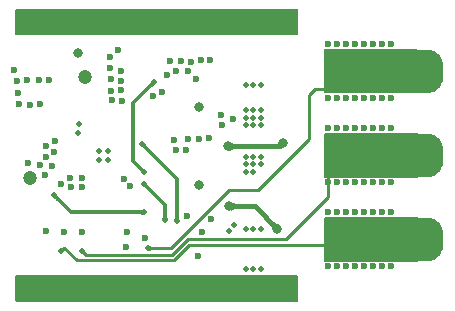
<source format=gbr>
%TF.GenerationSoftware,KiCad,Pcbnew,(6.0.5)*%
%TF.CreationDate,2023-01-29T08:36:09+08:00*%
%TF.ProjectId,Brushless_ESC_STC_V2,42727573-686c-4657-9373-5f4553435f53,rev?*%
%TF.SameCoordinates,Original*%
%TF.FileFunction,Copper,L3,Inr*%
%TF.FilePolarity,Positive*%
%FSLAX46Y46*%
G04 Gerber Fmt 4.6, Leading zero omitted, Abs format (unit mm)*
G04 Created by KiCad (PCBNEW (6.0.5)) date 2023-01-29 08:36:09*
%MOMM*%
%LPD*%
G01*
G04 APERTURE LIST*
%TA.AperFunction,ViaPad*%
%ADD10C,1.200000*%
%TD*%
%TA.AperFunction,ViaPad*%
%ADD11C,0.600000*%
%TD*%
%TA.AperFunction,ViaPad*%
%ADD12C,0.500000*%
%TD*%
%TA.AperFunction,ViaPad*%
%ADD13C,0.800000*%
%TD*%
%TA.AperFunction,Conductor*%
%ADD14C,0.400000*%
%TD*%
%TA.AperFunction,Conductor*%
%ADD15C,0.250000*%
%TD*%
%TA.AperFunction,Conductor*%
%ADD16C,0.300000*%
%TD*%
G04 APERTURE END LIST*
D10*
%TO.N,+5V*%
X85852000Y-115824000D03*
D11*
%TO.N,GND*%
X82473800Y-121666000D03*
X84836000Y-111125000D03*
X95504000Y-110363000D03*
X93040200Y-114452400D03*
X88036400Y-116967000D03*
X88646000Y-111125000D03*
X100076000Y-110363000D03*
X94742000Y-110363000D03*
X92786200Y-115595400D03*
X93218000Y-111125000D03*
X80238600Y-118059200D03*
X88874600Y-116103400D03*
X97790000Y-110363000D03*
X80924400Y-116027200D03*
X97028000Y-111887000D03*
X94437200Y-127533400D03*
X91592400Y-117373400D03*
X95681800Y-128879600D03*
X88620600Y-113512600D03*
X80060800Y-116128800D03*
X100076000Y-111125000D03*
D12*
X98018600Y-128803400D03*
D11*
X96266000Y-111125000D03*
X82499200Y-122605800D03*
X81026000Y-110363000D03*
X85598000Y-110363000D03*
X85598000Y-111887000D03*
D12*
X85217000Y-120523000D03*
D11*
X93218000Y-110363000D03*
X87960200Y-115062000D03*
X91694000Y-110363000D03*
X83286600Y-121183400D03*
X89306400Y-130175000D03*
D12*
X87757000Y-122809000D03*
D11*
X90170000Y-111887000D03*
X93980000Y-111887000D03*
X90932000Y-111887000D03*
X83312000Y-111125000D03*
X80137000Y-117144800D03*
X98552000Y-110363000D03*
X79832200Y-115163600D03*
X96266000Y-111887000D03*
X84074000Y-111125000D03*
X83312000Y-110363000D03*
X99314000Y-111125000D03*
D12*
X98425000Y-128320800D03*
D11*
X81026000Y-111125000D03*
X88646000Y-111887000D03*
X85598000Y-111125000D03*
X94742000Y-111887000D03*
X100838000Y-110363000D03*
X84074000Y-111887000D03*
X97028000Y-111125000D03*
X80264000Y-110363000D03*
X97434400Y-119862600D03*
X82550000Y-111125000D03*
X93319600Y-121158000D03*
X88900000Y-115290600D03*
X97358200Y-118999000D03*
X96418400Y-114376200D03*
X83794600Y-124891800D03*
X90170000Y-110363000D03*
X95631000Y-114376200D03*
X88976200Y-117805200D03*
X89077800Y-124409200D03*
X94361000Y-121996200D03*
X87884000Y-110363000D03*
X84836000Y-110363000D03*
X90932000Y-110363000D03*
X99314000Y-110363000D03*
X84074000Y-110363000D03*
X96266000Y-110363000D03*
X94564200Y-115290600D03*
X90932000Y-111125000D03*
X99314000Y-111887000D03*
X93980000Y-110363000D03*
X86360000Y-110363000D03*
X82981800Y-123291600D03*
X89408000Y-110363000D03*
X90932000Y-129387600D03*
X96316800Y-120954800D03*
X87122000Y-110363000D03*
X93548200Y-115316000D03*
X81153000Y-118160800D03*
X95504000Y-111887000D03*
X95504000Y-111125000D03*
X91694000Y-111887000D03*
X95173800Y-115976400D03*
X85521800Y-124307600D03*
X87884000Y-111887000D03*
X93980000Y-114477800D03*
X81788000Y-111887000D03*
D12*
X86995000Y-122047000D03*
D11*
X96520000Y-127812800D03*
X84836000Y-111887000D03*
X82550000Y-110363000D03*
X81026000Y-111887000D03*
X92456000Y-111887000D03*
X97790000Y-111887000D03*
X88646000Y-110363000D03*
X89662000Y-124993400D03*
X82423000Y-124053600D03*
X87909400Y-114096800D03*
X82016600Y-123240800D03*
X87122000Y-111887000D03*
X93497400Y-121996200D03*
X83312000Y-111887000D03*
X97028000Y-110363000D03*
X92303600Y-117043200D03*
X88900000Y-116916200D03*
X95478600Y-121005600D03*
X82727800Y-116078000D03*
X86360000Y-111125000D03*
X100838000Y-111125000D03*
X94742000Y-111125000D03*
X94818200Y-114503200D03*
X82042000Y-118059200D03*
X94538800Y-121081800D03*
X93980000Y-111125000D03*
D12*
X87757000Y-122047000D03*
D11*
X80975200Y-123113800D03*
X83210400Y-122174000D03*
X81788000Y-111125000D03*
X89408000Y-111125000D03*
X93218000Y-111887000D03*
X86360000Y-111887000D03*
X89331800Y-128879600D03*
X84023200Y-128905000D03*
X100076000Y-111887000D03*
X82499200Y-128854200D03*
X81788000Y-110363000D03*
X84582000Y-124307600D03*
D12*
X86995000Y-122809000D03*
D11*
X98323400Y-119354600D03*
X81889600Y-116027200D03*
X92456000Y-110363000D03*
X85547200Y-125120400D03*
X88036400Y-115976400D03*
X100838000Y-111887000D03*
X80264000Y-111887000D03*
X82550000Y-111887000D03*
X80264000Y-111125000D03*
X90170000Y-111125000D03*
D12*
X85344000Y-119761000D03*
D11*
X97790000Y-111125000D03*
X89408000Y-111887000D03*
X87884000Y-111125000D03*
X92456000Y-111125000D03*
X88061800Y-117729000D03*
X98552000Y-111125000D03*
X87122000Y-111125000D03*
X84632800Y-125120400D03*
X91694000Y-111125000D03*
X98552000Y-111887000D03*
X85598000Y-128930400D03*
%TO.N,VDD*%
X84836000Y-132969000D03*
D12*
X100076000Y-122555000D03*
D11*
X89408000Y-132969000D03*
X89408000Y-133731000D03*
D12*
X99441000Y-118618000D03*
D11*
X84836000Y-133731000D03*
X90932000Y-134493000D03*
D12*
X100711000Y-118618000D03*
D11*
X83312000Y-132969000D03*
X81026000Y-134493000D03*
X95504000Y-133731000D03*
D12*
X99441000Y-122555000D03*
D11*
X90170000Y-134493000D03*
X92456000Y-132969000D03*
X81788000Y-134493000D03*
X93980000Y-134493000D03*
X90932000Y-132969000D03*
X81788000Y-132969000D03*
D12*
X100711000Y-128651000D03*
D11*
X82550000Y-133731000D03*
X100838000Y-133731000D03*
X86360000Y-134493000D03*
X93218000Y-132969000D03*
X90932000Y-133731000D03*
X91694000Y-133731000D03*
D12*
X100711000Y-119888000D03*
D11*
X87122000Y-134493000D03*
X88646000Y-134493000D03*
D12*
X99441000Y-119253000D03*
X100076000Y-119253000D03*
D11*
X99314000Y-133731000D03*
X86360000Y-133731000D03*
D12*
X100711000Y-132080000D03*
X100711000Y-122555000D03*
D11*
X82550000Y-132969000D03*
X99314000Y-134493000D03*
X95504000Y-132969000D03*
X88646000Y-132969000D03*
X92456000Y-133731000D03*
X84074000Y-133731000D03*
X94742000Y-133731000D03*
X97028000Y-134493000D03*
X90170000Y-133731000D03*
X97790000Y-132969000D03*
X91694000Y-134493000D03*
X100076000Y-134493000D03*
D12*
X99441000Y-132080000D03*
D11*
X88646000Y-133731000D03*
X94742000Y-132969000D03*
X81026000Y-132969000D03*
X84074000Y-134493000D03*
X80264000Y-134493000D03*
X81026000Y-133731000D03*
X98552000Y-132969000D03*
X87884000Y-133731000D03*
X87122000Y-132969000D03*
X97028000Y-132969000D03*
D12*
X100711000Y-119253000D03*
D11*
X82550000Y-134493000D03*
D12*
X99441000Y-119888000D03*
D11*
X93218000Y-134493000D03*
X91694000Y-132969000D03*
X85598000Y-134493000D03*
X99314000Y-132969000D03*
X85598000Y-132969000D03*
X98552000Y-133731000D03*
D12*
X100076000Y-116459000D03*
D11*
X93980000Y-132969000D03*
D12*
X100076000Y-123190000D03*
D11*
X96266000Y-132969000D03*
X84836000Y-134493000D03*
D12*
X100076000Y-132080000D03*
D11*
X80264000Y-133731000D03*
X83312000Y-134493000D03*
D12*
X100711000Y-116459000D03*
X100076000Y-119888000D03*
D10*
X81178400Y-124383800D03*
D12*
X99441000Y-116459000D03*
D11*
X85598000Y-133731000D03*
X81788000Y-133731000D03*
X87884000Y-134493000D03*
X87122000Y-133731000D03*
X100838000Y-134493000D03*
X86360000Y-132969000D03*
X90170000Y-132969000D03*
X97790000Y-134493000D03*
X80264000Y-132969000D03*
X97790000Y-133731000D03*
D12*
X100076000Y-128651000D03*
D11*
X97028000Y-133731000D03*
D12*
X100076000Y-123825000D03*
D11*
X89408000Y-134493000D03*
X92456000Y-134493000D03*
X95504000Y-134493000D03*
X96266000Y-134493000D03*
X83312000Y-133731000D03*
X87884000Y-132969000D03*
X100076000Y-133731000D03*
X100838000Y-132969000D03*
X100076000Y-132969000D03*
X93218000Y-133731000D03*
D12*
X99441000Y-123825000D03*
D11*
X96266000Y-133731000D03*
X84074000Y-132969000D03*
X93980000Y-133731000D03*
D12*
X100711000Y-123190000D03*
X100076000Y-118618000D03*
D11*
X98552000Y-134493000D03*
D12*
X99441000Y-123190000D03*
D11*
X94742000Y-134493000D03*
D12*
X99441000Y-128651000D03*
D13*
%TO.N,Net-(D3-Pad1)*%
X97917000Y-121666000D03*
X102616000Y-121412000D03*
%TO.N,Net-(D4-Pad1)*%
X102108000Y-128651000D03*
X98044000Y-126746000D03*
D11*
%TO.N,/W*%
X108712000Y-116840000D03*
X108712000Y-114554000D03*
X114935000Y-116840000D03*
X110998000Y-113792000D03*
X106426000Y-116078000D03*
X110236000Y-113792000D03*
X106426000Y-114554000D03*
X114935000Y-114554000D03*
X107950000Y-117602000D03*
X114935000Y-116078000D03*
X110236000Y-117602000D03*
X110998000Y-116840000D03*
X106426000Y-113030000D03*
X107188000Y-114554000D03*
X106426000Y-116840000D03*
X107188000Y-113792000D03*
X112649000Y-114554000D03*
X110998000Y-116078000D03*
X110236000Y-113030000D03*
X111760000Y-113792000D03*
X110998000Y-115316000D03*
X112649000Y-115316000D03*
X107188000Y-115316000D03*
X113411000Y-114554000D03*
X107188000Y-116840000D03*
X111760000Y-116840000D03*
X107950000Y-113792000D03*
X107950000Y-115316000D03*
X114173000Y-115316000D03*
X109474000Y-116840000D03*
X106426000Y-117602000D03*
X112649000Y-116078000D03*
X109474000Y-116078000D03*
X114173000Y-116078000D03*
X109474000Y-114554000D03*
X110236000Y-116840000D03*
X109474000Y-117602000D03*
X111760000Y-114554000D03*
X107188000Y-116078000D03*
X107188000Y-113030000D03*
X107950000Y-116078000D03*
X114173000Y-114554000D03*
X108712000Y-117602000D03*
X112649000Y-113792000D03*
X107950000Y-113030000D03*
X114935000Y-113792000D03*
X113411000Y-113792000D03*
X110236000Y-116078000D03*
X108712000Y-113030000D03*
X107188000Y-117602000D03*
X111760000Y-115316000D03*
X108712000Y-116078000D03*
X111760000Y-117602000D03*
X114173000Y-116840000D03*
X109474000Y-113792000D03*
X114173000Y-113792000D03*
X106426000Y-113792000D03*
D12*
X91186000Y-130302000D03*
D11*
X108712000Y-113792000D03*
X112649000Y-116840000D03*
X113411000Y-116840000D03*
X107950000Y-114554000D03*
X111760000Y-113030000D03*
X108712000Y-115316000D03*
X110998000Y-117602000D03*
X110236000Y-114554000D03*
X109474000Y-115316000D03*
X107950000Y-116840000D03*
X109474000Y-113030000D03*
X110998000Y-113030000D03*
X113411000Y-115316000D03*
X110236000Y-115316000D03*
X106426000Y-115316000D03*
X110998000Y-114554000D03*
X114935000Y-115316000D03*
X113411000Y-116078000D03*
X111760000Y-116078000D03*
D12*
%TO.N,/V*%
X85598000Y-130556000D03*
D11*
X112649000Y-122428000D03*
X112649000Y-123190000D03*
X112649000Y-121666000D03*
X113411000Y-121666000D03*
X107950000Y-123952000D03*
X110236000Y-120142000D03*
X114173000Y-122428000D03*
X108712000Y-120142000D03*
X106426000Y-120142000D03*
X107950000Y-120142000D03*
X107950000Y-123190000D03*
X109474000Y-122428000D03*
X111760000Y-120142000D03*
X110236000Y-124714000D03*
X107188000Y-123190000D03*
X107188000Y-124714000D03*
X109474000Y-120142000D03*
X107188000Y-123952000D03*
X107950000Y-124714000D03*
X108712000Y-122428000D03*
X106426000Y-121666000D03*
X111760000Y-123952000D03*
X110998000Y-124714000D03*
X110998000Y-123952000D03*
X110236000Y-121666000D03*
X113411000Y-123190000D03*
X110998000Y-120904000D03*
X108712000Y-123952000D03*
X111760000Y-121666000D03*
X109474000Y-120904000D03*
X106426000Y-123952000D03*
X110236000Y-123952000D03*
X109474000Y-124714000D03*
X108712000Y-124714000D03*
X113411000Y-123952000D03*
X114173000Y-123190000D03*
X110236000Y-122428000D03*
X107950000Y-120904000D03*
X113411000Y-120904000D03*
X109474000Y-123952000D03*
X106426000Y-122428000D03*
X106426000Y-120904000D03*
X114935000Y-120904000D03*
X111760000Y-123190000D03*
X107950000Y-121666000D03*
X110998000Y-122428000D03*
X111760000Y-122428000D03*
X114173000Y-121666000D03*
X109474000Y-121666000D03*
X112649000Y-123952000D03*
X108712000Y-120904000D03*
X107950000Y-122428000D03*
X112649000Y-120904000D03*
X110998000Y-120142000D03*
X110236000Y-120904000D03*
X107188000Y-122428000D03*
X110236000Y-123190000D03*
X107188000Y-120904000D03*
X114935000Y-122428000D03*
X107188000Y-121666000D03*
X113411000Y-122428000D03*
X111760000Y-120904000D03*
X106426000Y-124714000D03*
X110998000Y-121666000D03*
X114935000Y-123952000D03*
X114173000Y-120904000D03*
X109474000Y-123190000D03*
X108712000Y-123190000D03*
X114173000Y-123952000D03*
X107188000Y-120142000D03*
X114935000Y-121666000D03*
X111760000Y-124714000D03*
X106426000Y-123190000D03*
X114935000Y-123190000D03*
X110998000Y-123190000D03*
X108712000Y-121666000D03*
%TO.N,/U*%
X107188000Y-131064000D03*
X110998000Y-131826000D03*
X107188000Y-130302000D03*
X112649000Y-128016000D03*
X110998000Y-128778000D03*
X110236000Y-128016000D03*
X113411000Y-128016000D03*
X114935000Y-131064000D03*
X114173000Y-130302000D03*
X108712000Y-128016000D03*
X106426000Y-130302000D03*
X114173000Y-128016000D03*
X110236000Y-131826000D03*
X110998000Y-131064000D03*
X110236000Y-128778000D03*
X107188000Y-128778000D03*
X107950000Y-127254000D03*
X106426000Y-128016000D03*
X110236000Y-127254000D03*
X109474000Y-129540000D03*
X114173000Y-129540000D03*
X109474000Y-128016000D03*
X113411000Y-129540000D03*
X108712000Y-130302000D03*
X109474000Y-127254000D03*
X113411000Y-130302000D03*
X106426000Y-131064000D03*
X110236000Y-131064000D03*
X107950000Y-128016000D03*
X107950000Y-129540000D03*
X110998000Y-128016000D03*
X107188000Y-128016000D03*
X109474000Y-131826000D03*
X110998000Y-130302000D03*
X111760000Y-130302000D03*
X107950000Y-131064000D03*
X113411000Y-128778000D03*
X114173000Y-128778000D03*
X106426000Y-128778000D03*
X110998000Y-127254000D03*
X111760000Y-131064000D03*
X106426000Y-131826000D03*
D12*
X83820000Y-130556000D03*
D11*
X114935000Y-130302000D03*
X107188000Y-131826000D03*
X111760000Y-128016000D03*
X106426000Y-129540000D03*
X106426000Y-127254000D03*
X110236000Y-130302000D03*
X107950000Y-131826000D03*
X107950000Y-128778000D03*
X114935000Y-128016000D03*
X112649000Y-131064000D03*
X107188000Y-127254000D03*
X109474000Y-131064000D03*
X109474000Y-130302000D03*
X110998000Y-129540000D03*
X108712000Y-129540000D03*
X114173000Y-131064000D03*
X111760000Y-129540000D03*
X112649000Y-128778000D03*
X107188000Y-129540000D03*
X108712000Y-128778000D03*
X113411000Y-131064000D03*
X108712000Y-131064000D03*
X112649000Y-129540000D03*
X108712000Y-131826000D03*
X111760000Y-128778000D03*
X107950000Y-130302000D03*
X114935000Y-128778000D03*
X111760000Y-127254000D03*
X114935000Y-129540000D03*
X108712000Y-127254000D03*
X110236000Y-129540000D03*
X112649000Y-130302000D03*
X109474000Y-128778000D03*
X111760000Y-131826000D03*
D13*
%TO.N,Net-(Q5-PadG)*%
X95504000Y-118364000D03*
%TO.N,Net-(Q7-PadG)*%
X95504000Y-124968000D03*
D11*
%TO.N,Net-(Q9-PadG)*%
X95377000Y-130937000D03*
D12*
%TO.N,/PWM3*%
X91694000Y-116205000D03*
X90805000Y-123825000D03*
%TO.N,/PWM1*%
X90805000Y-124841000D03*
X92583000Y-127889000D03*
%TO.N,/PWM1L*%
X93573600Y-127990600D03*
X90678000Y-121478500D03*
%TO.N,/CMP-*%
X83185000Y-125806200D03*
X90805000Y-127254000D03*
D13*
%TO.N,Net-(J2-Pad1)*%
X85191600Y-113766600D03*
%TD*%
D14*
%TO.N,Net-(D3-Pad1)*%
X102362000Y-121666000D02*
X102616000Y-121412000D01*
X97917000Y-121666000D02*
X102362000Y-121666000D01*
%TO.N,Net-(D4-Pad1)*%
X100203000Y-126746000D02*
X98044000Y-126746000D01*
X102108000Y-128651000D02*
X100203000Y-126746000D01*
D15*
%TO.N,/W*%
X93091000Y-130302000D02*
X98044000Y-125349000D01*
X105283000Y-116840000D02*
X106426000Y-116840000D01*
X100457000Y-125349000D02*
X104775000Y-121031000D01*
X98044000Y-125349000D02*
X100457000Y-125349000D01*
X104775000Y-117348000D02*
X105283000Y-116840000D01*
X91186000Y-130302000D02*
X93091000Y-130302000D01*
X104775000Y-121031000D02*
X104775000Y-117348000D01*
%TO.N,/V*%
X106426000Y-125984000D02*
X106426000Y-122428000D01*
X85918511Y-130876511D02*
X93152207Y-130876511D01*
X94488718Y-129540000D02*
X102870000Y-129540000D01*
X102870000Y-129540000D02*
X106426000Y-125984000D01*
X85598000Y-130556000D02*
X85918511Y-130876511D01*
X93152207Y-130876511D02*
X94488718Y-129540000D01*
%TO.N,/U*%
X106426000Y-130302000D02*
X106426000Y-131064000D01*
X84074000Y-130302000D02*
X85098031Y-131326031D01*
X85098031Y-131326031D02*
X93338405Y-131326031D01*
X93338405Y-131326031D02*
X94616436Y-130048000D01*
X106172000Y-130048000D02*
X106426000Y-130302000D01*
X94616436Y-130048000D02*
X106172000Y-130048000D01*
X83820000Y-130556000D02*
X84074000Y-130302000D01*
D16*
%TO.N,/PWM3*%
X90805000Y-123825000D02*
X89916000Y-122936000D01*
X89916000Y-117983000D02*
X91694000Y-116205000D01*
X89916000Y-122936000D02*
X89916000Y-117983000D01*
%TO.N,/PWM1*%
X90805000Y-124841000D02*
X92583000Y-126619000D01*
X92583000Y-126619000D02*
X92583000Y-127889000D01*
%TO.N,/PWM1L*%
X93573600Y-127990600D02*
X93599000Y-127965200D01*
X93599000Y-124399500D02*
X90678000Y-121478500D01*
X93599000Y-127965200D02*
X93599000Y-124399500D01*
%TO.N,/CMP-*%
X84632800Y-127254000D02*
X90805000Y-127254000D01*
X83185000Y-125806200D02*
X84632800Y-127254000D01*
%TD*%
%TA.AperFunction,Conductor*%
%TO.N,/CMP-*%
G36*
X90701830Y-127034579D02*
G01*
X90774019Y-127104000D01*
X90921231Y-127245567D01*
X90924819Y-127253771D01*
X90921231Y-127262433D01*
X90729488Y-127446824D01*
X90701831Y-127473420D01*
X90693492Y-127476685D01*
X90688743Y-127475575D01*
X90658858Y-127461524D01*
X90658840Y-127461516D01*
X90658753Y-127461475D01*
X90658661Y-127461436D01*
X90658649Y-127461430D01*
X90624852Y-127446884D01*
X90624843Y-127446880D01*
X90624712Y-127446824D01*
X90612257Y-127442159D01*
X90592793Y-127434869D01*
X90592785Y-127434866D01*
X90592624Y-127434806D01*
X90592449Y-127434752D01*
X90592442Y-127434750D01*
X90561410Y-127425239D01*
X90561404Y-127425237D01*
X90561207Y-127425177D01*
X90561003Y-127425129D01*
X90560998Y-127425128D01*
X90552283Y-127423093D01*
X90529178Y-127417696D01*
X90500972Y-127413058D01*
X90495433Y-127412147D01*
X90495429Y-127412147D01*
X90495256Y-127412118D01*
X90495087Y-127412100D01*
X90495071Y-127412098D01*
X90474771Y-127409956D01*
X90458159Y-127408202D01*
X90443529Y-127407323D01*
X90416678Y-127405710D01*
X90416661Y-127405709D01*
X90416605Y-127405706D01*
X90391316Y-127405000D01*
X90369398Y-127404388D01*
X90369313Y-127404386D01*
X90369242Y-127404385D01*
X90369220Y-127404385D01*
X90350643Y-127404253D01*
X90326616Y-127404083D01*
X90318368Y-127400597D01*
X90315000Y-127392383D01*
X90315000Y-127115617D01*
X90318427Y-127107344D01*
X90326616Y-127103917D01*
X90343646Y-127103796D01*
X90369220Y-127103614D01*
X90369242Y-127103614D01*
X90369313Y-127103613D01*
X90369398Y-127103611D01*
X90391316Y-127102999D01*
X90416605Y-127102293D01*
X90416661Y-127102290D01*
X90416678Y-127102289D01*
X90443529Y-127100676D01*
X90458159Y-127099797D01*
X90474771Y-127098043D01*
X90495071Y-127095901D01*
X90495087Y-127095899D01*
X90495256Y-127095881D01*
X90495429Y-127095852D01*
X90495433Y-127095852D01*
X90500972Y-127094941D01*
X90529178Y-127090303D01*
X90552283Y-127084906D01*
X90560998Y-127082871D01*
X90561003Y-127082870D01*
X90561207Y-127082822D01*
X90561404Y-127082762D01*
X90561410Y-127082760D01*
X90592442Y-127073249D01*
X90592449Y-127073247D01*
X90592624Y-127073193D01*
X90592785Y-127073133D01*
X90592793Y-127073130D01*
X90612257Y-127065840D01*
X90624712Y-127061175D01*
X90624843Y-127061119D01*
X90624852Y-127061115D01*
X90658649Y-127046569D01*
X90658659Y-127046564D01*
X90658753Y-127046524D01*
X90688743Y-127032425D01*
X90697688Y-127032006D01*
X90701830Y-127034579D01*
G37*
%TD.AperFunction*%
%TD*%
%TA.AperFunction,Conductor*%
%TO.N,/CMP-*%
G36*
X83413106Y-125724000D02*
G01*
X83421310Y-125727588D01*
X83423883Y-125731730D01*
X83435119Y-125762906D01*
X83448829Y-125797335D01*
X83463021Y-125828522D01*
X83478428Y-125857546D01*
X83495785Y-125885484D01*
X83495888Y-125885628D01*
X83495895Y-125885638D01*
X83506039Y-125899774D01*
X83515827Y-125913414D01*
X83539290Y-125942414D01*
X83566907Y-125973562D01*
X83566963Y-125973621D01*
X83599370Y-126007889D01*
X83599461Y-126007983D01*
X83629391Y-126038343D01*
X83632759Y-126046641D01*
X83629332Y-126054830D01*
X83433630Y-126250532D01*
X83425357Y-126253959D01*
X83417143Y-126250591D01*
X83386783Y-126220661D01*
X83386764Y-126220643D01*
X83386736Y-126220615D01*
X83386714Y-126220594D01*
X83386689Y-126220570D01*
X83352421Y-126188163D01*
X83352362Y-126188107D01*
X83321214Y-126160490D01*
X83309021Y-126150625D01*
X83292353Y-126137139D01*
X83292344Y-126137132D01*
X83292214Y-126137027D01*
X83278574Y-126127239D01*
X83264438Y-126117095D01*
X83264428Y-126117088D01*
X83264284Y-126116985D01*
X83264130Y-126116889D01*
X83264119Y-126116882D01*
X83236522Y-126099737D01*
X83236515Y-126099733D01*
X83236346Y-126099628D01*
X83234275Y-126098529D01*
X83207477Y-126084303D01*
X83207470Y-126084300D01*
X83207322Y-126084221D01*
X83193839Y-126078086D01*
X83176283Y-126070096D01*
X83176271Y-126070091D01*
X83176135Y-126070029D01*
X83141706Y-126056319D01*
X83110530Y-126045083D01*
X83103910Y-126039055D01*
X83102800Y-126034306D01*
X83096850Y-125729977D01*
X83100115Y-125721638D01*
X83108777Y-125718050D01*
X83413106Y-125724000D01*
G37*
%TD.AperFunction*%
%TD*%
%TA.AperFunction,Conductor*%
%TO.N,Net-(D3-Pad1)*%
G36*
X98098704Y-121309593D02*
G01*
X98155651Y-121337430D01*
X98212783Y-121365228D01*
X98212829Y-121365249D01*
X98212862Y-121365265D01*
X98236083Y-121376002D01*
X98265209Y-121389469D01*
X98315389Y-121410231D01*
X98348629Y-121421680D01*
X98365578Y-121427519D01*
X98365584Y-121427521D01*
X98365782Y-121427589D01*
X98418846Y-121441621D01*
X98477041Y-121452401D01*
X98498079Y-121454833D01*
X98542665Y-121459989D01*
X98542680Y-121459990D01*
X98542825Y-121460007D01*
X98596353Y-121463188D01*
X98618538Y-121464507D01*
X98618547Y-121464507D01*
X98618659Y-121464514D01*
X98618778Y-121464516D01*
X98695497Y-121465807D01*
X98703711Y-121469372D01*
X98707000Y-121477505D01*
X98707000Y-121854495D01*
X98703573Y-121862768D01*
X98695497Y-121866193D01*
X98618857Y-121867482D01*
X98618659Y-121867485D01*
X98618547Y-121867492D01*
X98618538Y-121867492D01*
X98596353Y-121868811D01*
X98542825Y-121871992D01*
X98542680Y-121872009D01*
X98542665Y-121872010D01*
X98498079Y-121877166D01*
X98477041Y-121879598D01*
X98418846Y-121890378D01*
X98365782Y-121904410D01*
X98365584Y-121904478D01*
X98365578Y-121904480D01*
X98348629Y-121910319D01*
X98315389Y-121921768D01*
X98265209Y-121942530D01*
X98212783Y-121966771D01*
X98155651Y-121994569D01*
X98098705Y-122022407D01*
X98089769Y-122022962D01*
X98085458Y-122020329D01*
X97931206Y-121871992D01*
X97725769Y-121674433D01*
X97722181Y-121666229D01*
X97725769Y-121657567D01*
X97921469Y-121469372D01*
X97983037Y-121410164D01*
X98085458Y-121311671D01*
X98093797Y-121308406D01*
X98098704Y-121309593D01*
G37*
%TD.AperFunction*%
%TD*%
%TA.AperFunction,Conductor*%
%TO.N,Net-(D3-Pad1)*%
G36*
X102757210Y-121284991D02*
G01*
X102765160Y-121289113D01*
X102767866Y-121297649D01*
X102767429Y-121299966D01*
X102618430Y-121803782D01*
X102612797Y-121810744D01*
X102607431Y-121812162D01*
X102536178Y-121813510D01*
X102536175Y-121813510D01*
X102536075Y-121813512D01*
X102535974Y-121813518D01*
X102535972Y-121813518D01*
X102527998Y-121813986D01*
X102466130Y-121817616D01*
X102403132Y-121823664D01*
X102366552Y-121828211D01*
X102344080Y-121831004D01*
X102344061Y-121831007D01*
X102344050Y-121831008D01*
X102321666Y-121834082D01*
X102285907Y-121838992D01*
X102285851Y-121839000D01*
X102225571Y-121846983D01*
X102225402Y-121847003D01*
X102168294Y-121853403D01*
X102160165Y-121854314D01*
X102159819Y-121854348D01*
X102086417Y-121860369D01*
X102086024Y-121860394D01*
X102043748Y-121862436D01*
X102001446Y-121864479D01*
X102001107Y-121864490D01*
X101925418Y-121865643D01*
X101913878Y-121865819D01*
X101905554Y-121862518D01*
X101902000Y-121854120D01*
X101902000Y-121477270D01*
X101905427Y-121468997D01*
X101913261Y-121465578D01*
X101960384Y-121463810D01*
X101960650Y-121463800D01*
X101960911Y-121463766D01*
X101960915Y-121463766D01*
X101998607Y-121458902D01*
X102011928Y-121457183D01*
X102012246Y-121457104D01*
X102012253Y-121457103D01*
X102040758Y-121450049D01*
X102056643Y-121446118D01*
X102095607Y-121430579D01*
X102129631Y-121410536D01*
X102159526Y-121385961D01*
X102186102Y-121356824D01*
X102210172Y-121323098D01*
X102232545Y-121284754D01*
X102250482Y-121248870D01*
X102257246Y-121243002D01*
X102261948Y-121242444D01*
X102757210Y-121284991D01*
G37*
%TD.AperFunction*%
%TD*%
%TA.AperFunction,Conductor*%
%TO.N,Net-(D4-Pad1)*%
G36*
X98225704Y-126389593D02*
G01*
X98282651Y-126417430D01*
X98339783Y-126445228D01*
X98339829Y-126445249D01*
X98339862Y-126445265D01*
X98363083Y-126456002D01*
X98392209Y-126469469D01*
X98442389Y-126490231D01*
X98475629Y-126501680D01*
X98492578Y-126507519D01*
X98492584Y-126507521D01*
X98492782Y-126507589D01*
X98545846Y-126521621D01*
X98604041Y-126532401D01*
X98625079Y-126534833D01*
X98669665Y-126539989D01*
X98669680Y-126539990D01*
X98669825Y-126540007D01*
X98723353Y-126543188D01*
X98745538Y-126544507D01*
X98745547Y-126544507D01*
X98745659Y-126544514D01*
X98745778Y-126544516D01*
X98822497Y-126545807D01*
X98830711Y-126549372D01*
X98834000Y-126557505D01*
X98834000Y-126934495D01*
X98830573Y-126942768D01*
X98822497Y-126946193D01*
X98745857Y-126947482D01*
X98745659Y-126947485D01*
X98745547Y-126947492D01*
X98745538Y-126947492D01*
X98723353Y-126948811D01*
X98669825Y-126951992D01*
X98669680Y-126952009D01*
X98669665Y-126952010D01*
X98625079Y-126957166D01*
X98604041Y-126959598D01*
X98545846Y-126970378D01*
X98492782Y-126984410D01*
X98492584Y-126984478D01*
X98492578Y-126984480D01*
X98475629Y-126990319D01*
X98442389Y-127001768D01*
X98392209Y-127022530D01*
X98339783Y-127046771D01*
X98282651Y-127074569D01*
X98225705Y-127102407D01*
X98216769Y-127102962D01*
X98212458Y-127100329D01*
X98058206Y-126951992D01*
X97852769Y-126754433D01*
X97849181Y-126746229D01*
X97852769Y-126737567D01*
X98048469Y-126549372D01*
X98110037Y-126490164D01*
X98212458Y-126391671D01*
X98220797Y-126388406D01*
X98225704Y-126389593D01*
G37*
%TD.AperFunction*%
%TD*%
%TA.AperFunction,Conductor*%
%TO.N,Net-(D4-Pad1)*%
G36*
X101699078Y-127958962D02*
G01*
X101754324Y-128012380D01*
X101811133Y-128062815D01*
X101811243Y-128062902D01*
X101811257Y-128062914D01*
X101862880Y-128103837D01*
X101863028Y-128103954D01*
X101911800Y-128137481D01*
X101959244Y-128165081D01*
X102007151Y-128188440D01*
X102023251Y-128195116D01*
X102057216Y-128209202D01*
X102057238Y-128209210D01*
X102057314Y-128209242D01*
X102111526Y-128229172D01*
X102111559Y-128229183D01*
X102111569Y-128229187D01*
X102171581Y-128249914D01*
X102231531Y-128270497D01*
X102238243Y-128276425D01*
X102239430Y-128281334D01*
X102241865Y-128405880D01*
X102249183Y-128780256D01*
X102245918Y-128788595D01*
X102237256Y-128792183D01*
X101900601Y-128785602D01*
X101738334Y-128782430D01*
X101730130Y-128778842D01*
X101727497Y-128774531D01*
X101706914Y-128714581D01*
X101706880Y-128714482D01*
X101706873Y-128714461D01*
X101686187Y-128654569D01*
X101686183Y-128654559D01*
X101686172Y-128654526D01*
X101666242Y-128600314D01*
X101666210Y-128600238D01*
X101666202Y-128600216D01*
X101645499Y-128550294D01*
X101645440Y-128550151D01*
X101622081Y-128502244D01*
X101594481Y-128454800D01*
X101560954Y-128406028D01*
X101560837Y-128405880D01*
X101519914Y-128354257D01*
X101519902Y-128354243D01*
X101519815Y-128354133D01*
X101469380Y-128297324D01*
X101415962Y-128242078D01*
X101412675Y-128233749D01*
X101416100Y-128225673D01*
X101682673Y-127959100D01*
X101690946Y-127955673D01*
X101699078Y-127958962D01*
G37*
%TD.AperFunction*%
%TD*%
%TA.AperFunction,Conductor*%
%TO.N,/W*%
G36*
X91302325Y-130080600D02*
G01*
X91334783Y-130096490D01*
X91370117Y-130113760D01*
X91370144Y-130113773D01*
X91370147Y-130113774D01*
X91402588Y-130128889D01*
X91433631Y-130141871D01*
X91451465Y-130148098D01*
X91464600Y-130152685D01*
X91464606Y-130152687D01*
X91464804Y-130152756D01*
X91497631Y-130161581D01*
X91497829Y-130161618D01*
X91497836Y-130161620D01*
X91515635Y-130164981D01*
X91533639Y-130168381D01*
X91574352Y-130173193D01*
X91621297Y-130176054D01*
X91664502Y-130176801D01*
X91672715Y-130180370D01*
X91676000Y-130188499D01*
X91676000Y-130415501D01*
X91672573Y-130423774D01*
X91664503Y-130427199D01*
X91621297Y-130427945D01*
X91574352Y-130430806D01*
X91533639Y-130435618D01*
X91515635Y-130439018D01*
X91497836Y-130442379D01*
X91497829Y-130442381D01*
X91497631Y-130442418D01*
X91464804Y-130451243D01*
X91464606Y-130451312D01*
X91464600Y-130451314D01*
X91451465Y-130455901D01*
X91433631Y-130462128D01*
X91402588Y-130475110D01*
X91402457Y-130475171D01*
X91402448Y-130475175D01*
X91370201Y-130490200D01*
X91370117Y-130490239D01*
X91334783Y-130507509D01*
X91302325Y-130523400D01*
X91293389Y-130523960D01*
X91289071Y-130521325D01*
X91069769Y-130310433D01*
X91066181Y-130302229D01*
X91069769Y-130293567D01*
X91289071Y-130082675D01*
X91297410Y-130079410D01*
X91302325Y-130080600D01*
G37*
%TD.AperFunction*%
%TD*%
%TA.AperFunction,Conductor*%
%TO.N,/V*%
G36*
X85611218Y-130469598D02*
G01*
X85825283Y-130473784D01*
X85833487Y-130477372D01*
X85836380Y-130482547D01*
X85843295Y-130509234D01*
X85843564Y-130510604D01*
X85848476Y-130546999D01*
X85848551Y-130547726D01*
X85851230Y-130585056D01*
X85853501Y-130621759D01*
X85857252Y-130656226D01*
X85864399Y-130687214D01*
X85876857Y-130713479D01*
X85896539Y-130733779D01*
X85916827Y-130742994D01*
X85924537Y-130746496D01*
X85924538Y-130746496D01*
X85925361Y-130746870D01*
X85926256Y-130746974D01*
X85926259Y-130746975D01*
X85954892Y-130750307D01*
X85962713Y-130754668D01*
X85965239Y-130761929D01*
X85965239Y-130988619D01*
X85961812Y-130996892D01*
X85953539Y-131000319D01*
X85952407Y-131000264D01*
X85910170Y-130996159D01*
X85907689Y-130995642D01*
X85864337Y-130981565D01*
X85862052Y-130980541D01*
X85826496Y-130959785D01*
X85824867Y-130958637D01*
X85794485Y-130933071D01*
X85793625Y-130932269D01*
X85766118Y-130903858D01*
X85765935Y-130903665D01*
X85739373Y-130874952D01*
X85739250Y-130874819D01*
X85711397Y-130848230D01*
X85680126Y-130826333D01*
X85643105Y-130811474D01*
X85642353Y-130811383D01*
X85642350Y-130811382D01*
X85620403Y-130808719D01*
X85605899Y-130806959D01*
X85598099Y-130802560D01*
X85595989Y-130798301D01*
X85513519Y-130482569D01*
X85514744Y-130473698D01*
X85521882Y-130468292D01*
X85525067Y-130467914D01*
X85611218Y-130469598D01*
G37*
%TD.AperFunction*%
%TD*%
%TA.AperFunction,Conductor*%
%TO.N,/U*%
G36*
X84228552Y-130293097D02*
G01*
X84230271Y-130293295D01*
X84235502Y-130295235D01*
X84250226Y-130305220D01*
X84255149Y-130312698D01*
X84253341Y-130321469D01*
X84251931Y-130323175D01*
X84092489Y-130482617D01*
X84084216Y-130486044D01*
X84077009Y-130483561D01*
X84073406Y-130480743D01*
X84073405Y-130480743D01*
X84071921Y-130479582D01*
X84070038Y-130479537D01*
X84070037Y-130479536D01*
X84065885Y-130479436D01*
X84063560Y-130479380D01*
X84059112Y-130487623D01*
X84057608Y-130502599D01*
X84058079Y-130522599D01*
X84058085Y-130522688D01*
X84059557Y-130545910D01*
X84059546Y-130545911D01*
X84059559Y-130545940D01*
X84061058Y-130570586D01*
X84061077Y-130571021D01*
X84061645Y-130595149D01*
X84061629Y-130596093D01*
X84060391Y-130617693D01*
X84060148Y-130619486D01*
X84058103Y-130628988D01*
X84053012Y-130636355D01*
X84046894Y-130638224D01*
X83760653Y-130643820D01*
X83752314Y-130640555D01*
X83748726Y-130632351D01*
X83752151Y-130623849D01*
X83990282Y-130385718D01*
X83998555Y-130382291D01*
X84004627Y-130383989D01*
X84020373Y-130393547D01*
X84044758Y-130392758D01*
X84059522Y-130385718D01*
X84069362Y-130381026D01*
X84069365Y-130381024D01*
X84069877Y-130380780D01*
X84070331Y-130380442D01*
X84070335Y-130380439D01*
X84095523Y-130361652D01*
X84095531Y-130361646D01*
X84095678Y-130361536D01*
X84095814Y-130361420D01*
X84095825Y-130361411D01*
X84122009Y-130339036D01*
X84122220Y-130338860D01*
X84148595Y-130317372D01*
X84149709Y-130316569D01*
X84175411Y-130300232D01*
X84178080Y-130298976D01*
X84195608Y-130293295D01*
X84202267Y-130291137D01*
X84207207Y-130290644D01*
X84228552Y-130293097D01*
G37*
%TD.AperFunction*%
%TD*%
%TA.AperFunction,Conductor*%
%TO.N,/PWM3*%
G36*
X90572857Y-123380609D02*
G01*
X90603216Y-123410538D01*
X90603263Y-123410584D01*
X90603285Y-123410605D01*
X90603310Y-123410629D01*
X90628363Y-123434321D01*
X90637637Y-123443092D01*
X90668785Y-123470709D01*
X90668888Y-123470792D01*
X90697646Y-123494060D01*
X90697655Y-123494067D01*
X90697785Y-123494172D01*
X90711425Y-123503960D01*
X90725561Y-123514104D01*
X90725571Y-123514111D01*
X90725715Y-123514214D01*
X90725869Y-123514310D01*
X90725880Y-123514317D01*
X90753477Y-123531462D01*
X90753484Y-123531466D01*
X90753653Y-123531571D01*
X90753832Y-123531666D01*
X90782522Y-123546896D01*
X90782529Y-123546899D01*
X90782677Y-123546978D01*
X90796160Y-123553113D01*
X90813716Y-123561103D01*
X90813728Y-123561108D01*
X90813864Y-123561170D01*
X90848293Y-123574880D01*
X90848370Y-123574908D01*
X90848389Y-123574915D01*
X90868046Y-123581999D01*
X90879469Y-123586116D01*
X90886090Y-123592145D01*
X90887200Y-123596894D01*
X90893150Y-123901223D01*
X90889885Y-123909562D01*
X90881223Y-123913150D01*
X90576894Y-123907200D01*
X90568690Y-123903612D01*
X90566116Y-123899469D01*
X90554915Y-123868389D01*
X90554908Y-123868370D01*
X90554880Y-123868293D01*
X90541170Y-123833864D01*
X90526978Y-123802677D01*
X90511571Y-123773653D01*
X90494214Y-123745715D01*
X90494111Y-123745571D01*
X90494104Y-123745561D01*
X90474277Y-123717932D01*
X90474172Y-123717785D01*
X90450709Y-123688785D01*
X90423092Y-123657637D01*
X90414321Y-123648363D01*
X90390629Y-123623310D01*
X90390605Y-123623285D01*
X90390584Y-123623263D01*
X90390538Y-123623216D01*
X90360609Y-123592857D01*
X90357241Y-123584559D01*
X90360668Y-123576370D01*
X90556370Y-123380668D01*
X90564643Y-123377241D01*
X90572857Y-123380609D01*
G37*
%TD.AperFunction*%
%TD*%
%TA.AperFunction,Conductor*%
%TO.N,/PWM3*%
G36*
X91778562Y-116120115D02*
G01*
X91782150Y-116128777D01*
X91776200Y-116433105D01*
X91772612Y-116441309D01*
X91768469Y-116443883D01*
X91737389Y-116455084D01*
X91737370Y-116455091D01*
X91737293Y-116455119D01*
X91702864Y-116468829D01*
X91702728Y-116468891D01*
X91702716Y-116468896D01*
X91685160Y-116476886D01*
X91671677Y-116483021D01*
X91671529Y-116483100D01*
X91671522Y-116483103D01*
X91644724Y-116497329D01*
X91642653Y-116498428D01*
X91642484Y-116498533D01*
X91642477Y-116498537D01*
X91614880Y-116515682D01*
X91614869Y-116515689D01*
X91614715Y-116515785D01*
X91614571Y-116515888D01*
X91614561Y-116515895D01*
X91600425Y-116526039D01*
X91586785Y-116535827D01*
X91586655Y-116535932D01*
X91586646Y-116535939D01*
X91569978Y-116549425D01*
X91557785Y-116559290D01*
X91526637Y-116586907D01*
X91526578Y-116586963D01*
X91492310Y-116619370D01*
X91492285Y-116619394D01*
X91492263Y-116619415D01*
X91492235Y-116619443D01*
X91492216Y-116619461D01*
X91461857Y-116649391D01*
X91453560Y-116652759D01*
X91445370Y-116649332D01*
X91249667Y-116453629D01*
X91246240Y-116445356D01*
X91249607Y-116437143D01*
X91279584Y-116406736D01*
X91279605Y-116406714D01*
X91279629Y-116406689D01*
X91312036Y-116372421D01*
X91312092Y-116372362D01*
X91339709Y-116341214D01*
X91363172Y-116312214D01*
X91372960Y-116298574D01*
X91383104Y-116284438D01*
X91383111Y-116284428D01*
X91383214Y-116284284D01*
X91400571Y-116256346D01*
X91415978Y-116227322D01*
X91430170Y-116196135D01*
X91443880Y-116161706D01*
X91455116Y-116130531D01*
X91461145Y-116123910D01*
X91465894Y-116122800D01*
X91770223Y-116116850D01*
X91778562Y-116120115D01*
G37*
%TD.AperFunction*%
%TD*%
%TA.AperFunction,Conductor*%
%TO.N,/PWM1*%
G36*
X91033106Y-124758800D02*
G01*
X91041310Y-124762388D01*
X91043883Y-124766530D01*
X91055119Y-124797706D01*
X91068829Y-124832135D01*
X91083021Y-124863322D01*
X91098428Y-124892346D01*
X91115785Y-124920284D01*
X91115888Y-124920428D01*
X91115895Y-124920438D01*
X91126039Y-124934574D01*
X91135827Y-124948214D01*
X91159290Y-124977214D01*
X91186907Y-125008362D01*
X91186963Y-125008421D01*
X91219370Y-125042689D01*
X91219461Y-125042783D01*
X91249391Y-125073143D01*
X91252759Y-125081441D01*
X91249332Y-125089630D01*
X91053630Y-125285332D01*
X91045357Y-125288759D01*
X91037143Y-125285391D01*
X91006783Y-125255461D01*
X91006764Y-125255443D01*
X91006736Y-125255415D01*
X91006714Y-125255394D01*
X91006689Y-125255370D01*
X90972421Y-125222963D01*
X90972362Y-125222907D01*
X90941214Y-125195290D01*
X90929021Y-125185425D01*
X90912353Y-125171939D01*
X90912344Y-125171932D01*
X90912214Y-125171827D01*
X90898574Y-125162039D01*
X90884438Y-125151895D01*
X90884428Y-125151888D01*
X90884284Y-125151785D01*
X90884130Y-125151689D01*
X90884119Y-125151682D01*
X90856522Y-125134537D01*
X90856515Y-125134533D01*
X90856346Y-125134428D01*
X90854275Y-125133329D01*
X90827477Y-125119103D01*
X90827470Y-125119100D01*
X90827322Y-125119021D01*
X90813839Y-125112886D01*
X90796283Y-125104896D01*
X90796271Y-125104891D01*
X90796135Y-125104829D01*
X90761706Y-125091119D01*
X90730530Y-125079883D01*
X90723910Y-125073855D01*
X90722800Y-125069106D01*
X90716850Y-124764777D01*
X90720115Y-124756438D01*
X90728777Y-124752850D01*
X91033106Y-124758800D01*
G37*
%TD.AperFunction*%
%TD*%
%TA.AperFunction,Conductor*%
%TO.N,/PWM1*%
G36*
X92729656Y-127402427D02*
G01*
X92733083Y-127410616D01*
X92733386Y-127453313D01*
X92734706Y-127500605D01*
X92737202Y-127542159D01*
X92741118Y-127579256D01*
X92746696Y-127613178D01*
X92754177Y-127645207D01*
X92763806Y-127676624D01*
X92775824Y-127708712D01*
X92790475Y-127742753D01*
X92790516Y-127742840D01*
X92790524Y-127742858D01*
X92804575Y-127772743D01*
X92804994Y-127781688D01*
X92802420Y-127785831D01*
X92591433Y-128005231D01*
X92583229Y-128008819D01*
X92574567Y-128005231D01*
X92363580Y-127785831D01*
X92360315Y-127777492D01*
X92361425Y-127772743D01*
X92363679Y-127767948D01*
X92375524Y-127742753D01*
X92390175Y-127708712D01*
X92402193Y-127676624D01*
X92411822Y-127645207D01*
X92419303Y-127613178D01*
X92424881Y-127579256D01*
X92428797Y-127542159D01*
X92431293Y-127500605D01*
X92432613Y-127453313D01*
X92432917Y-127410616D01*
X92436403Y-127402368D01*
X92444617Y-127399000D01*
X92721383Y-127399000D01*
X92729656Y-127402427D01*
G37*
%TD.AperFunction*%
%TD*%
%TA.AperFunction,Conductor*%
%TO.N,/PWM1L*%
G36*
X90906106Y-121396300D02*
G01*
X90914310Y-121399888D01*
X90916883Y-121404030D01*
X90928119Y-121435206D01*
X90941829Y-121469635D01*
X90956021Y-121500822D01*
X90971428Y-121529846D01*
X90988785Y-121557784D01*
X90988888Y-121557928D01*
X90988895Y-121557938D01*
X90999039Y-121572074D01*
X91008827Y-121585714D01*
X91032290Y-121614714D01*
X91059907Y-121645862D01*
X91059963Y-121645921D01*
X91092370Y-121680189D01*
X91092461Y-121680283D01*
X91122391Y-121710643D01*
X91125759Y-121718941D01*
X91122332Y-121727130D01*
X90926630Y-121922832D01*
X90918357Y-121926259D01*
X90910143Y-121922891D01*
X90879783Y-121892961D01*
X90879764Y-121892943D01*
X90879736Y-121892915D01*
X90879714Y-121892894D01*
X90879689Y-121892870D01*
X90845421Y-121860463D01*
X90845362Y-121860407D01*
X90814214Y-121832790D01*
X90802021Y-121822925D01*
X90785353Y-121809439D01*
X90785344Y-121809432D01*
X90785214Y-121809327D01*
X90771574Y-121799539D01*
X90757438Y-121789395D01*
X90757428Y-121789388D01*
X90757284Y-121789285D01*
X90757130Y-121789189D01*
X90757119Y-121789182D01*
X90729522Y-121772037D01*
X90729515Y-121772033D01*
X90729346Y-121771928D01*
X90727275Y-121770829D01*
X90700477Y-121756603D01*
X90700470Y-121756600D01*
X90700322Y-121756521D01*
X90686839Y-121750386D01*
X90669283Y-121742396D01*
X90669271Y-121742391D01*
X90669135Y-121742329D01*
X90634706Y-121728619D01*
X90603530Y-121717383D01*
X90596910Y-121711355D01*
X90595800Y-121706606D01*
X90589850Y-121402277D01*
X90593115Y-121393938D01*
X90601777Y-121390350D01*
X90906106Y-121396300D01*
G37*
%TD.AperFunction*%
%TD*%
%TA.AperFunction,Conductor*%
%TO.N,/PWM1L*%
G36*
X93745609Y-127488627D02*
G01*
X93749036Y-127496864D01*
X93749182Y-127544357D01*
X93749911Y-127595784D01*
X93751460Y-127640943D01*
X93754104Y-127681298D01*
X93758117Y-127718310D01*
X93763770Y-127753443D01*
X93771340Y-127788158D01*
X93781098Y-127823920D01*
X93793320Y-127862189D01*
X93805592Y-127896842D01*
X93805123Y-127905784D01*
X93802152Y-127909652D01*
X93570489Y-128107095D01*
X93561970Y-128109853D01*
X93553707Y-128105427D01*
X93365442Y-127866190D01*
X93363019Y-127857572D01*
X93364567Y-127853001D01*
X93381232Y-127824825D01*
X93381309Y-127824695D01*
X93398679Y-127792147D01*
X93412895Y-127761069D01*
X93424253Y-127730276D01*
X93433050Y-127698584D01*
X93439583Y-127664809D01*
X93444147Y-127627767D01*
X93447041Y-127586274D01*
X93448559Y-127539146D01*
X93448905Y-127496804D01*
X93452400Y-127488560D01*
X93460605Y-127485200D01*
X93737336Y-127485200D01*
X93745609Y-127488627D01*
G37*
%TD.AperFunction*%
%TD*%
%TA.AperFunction,Conductor*%
%TO.N,/U*%
G36*
X114020646Y-127688062D02*
G01*
X114053951Y-127695307D01*
X114208382Y-127706352D01*
X114293398Y-127712433D01*
X114294423Y-127712529D01*
X114299282Y-127713655D01*
X114300000Y-127713656D01*
X114305452Y-127712412D01*
X114305455Y-127712412D01*
X114311734Y-127710980D01*
X114333752Y-127708500D01*
X114773983Y-127708500D01*
X114796169Y-127711018D01*
X114807641Y-127713656D01*
X114818517Y-127711195D01*
X114829660Y-127711215D01*
X114829659Y-127711705D01*
X114839606Y-127710988D01*
X115007272Y-127724183D01*
X115022616Y-127726613D01*
X115116013Y-127749036D01*
X115209413Y-127771459D01*
X115224180Y-127776258D01*
X115323340Y-127817331D01*
X115401661Y-127849773D01*
X115415502Y-127856826D01*
X115579290Y-127957195D01*
X115591858Y-127966326D01*
X115737931Y-128091084D01*
X115748916Y-128102069D01*
X115873674Y-128248142D01*
X115882805Y-128260710D01*
X115983174Y-128424498D01*
X115990227Y-128438339D01*
X116063741Y-128615816D01*
X116068542Y-128630591D01*
X116100665Y-128764392D01*
X116103400Y-128787503D01*
X116103400Y-130292497D01*
X116100665Y-130315608D01*
X116068542Y-130449409D01*
X116063741Y-130464184D01*
X115990227Y-130641661D01*
X115983174Y-130655502D01*
X115882805Y-130819290D01*
X115873674Y-130831858D01*
X115748916Y-130977931D01*
X115737931Y-130988916D01*
X115591858Y-131113674D01*
X115579290Y-131122805D01*
X115415502Y-131223174D01*
X115401661Y-131230227D01*
X115323340Y-131262669D01*
X115224180Y-131303742D01*
X115209413Y-131308541D01*
X115116013Y-131330964D01*
X115022616Y-131353387D01*
X115007272Y-131355817D01*
X114840117Y-131368972D01*
X114830372Y-131368253D01*
X114830371Y-131368862D01*
X114819224Y-131368842D01*
X114808359Y-131366344D01*
X114796359Y-131369059D01*
X114774512Y-131371500D01*
X114334281Y-131371500D01*
X114311926Y-131368943D01*
X114308949Y-131368253D01*
X114300718Y-131366345D01*
X114300000Y-131366344D01*
X114295221Y-131367434D01*
X114295114Y-131367444D01*
X114171232Y-131376305D01*
X114053951Y-131384693D01*
X113812911Y-131437128D01*
X113808539Y-131438759D01*
X113807796Y-131438893D01*
X113806212Y-131439358D01*
X113806162Y-131439188D01*
X113773945Y-131445000D01*
X106144000Y-131445000D01*
X106085809Y-131426093D01*
X106049845Y-131376593D01*
X106045000Y-131346000D01*
X106045000Y-127784800D01*
X106063907Y-127726609D01*
X106113407Y-127690645D01*
X106144000Y-127685800D01*
X113999602Y-127685800D01*
X114020646Y-127688062D01*
G37*
%TD.AperFunction*%
%TD*%
%TA.AperFunction,Conductor*%
%TO.N,GND*%
G36*
X103845191Y-110047407D02*
G01*
X103881155Y-110096907D01*
X103886000Y-110127500D01*
X103886000Y-112169000D01*
X103867093Y-112227191D01*
X103817593Y-112263155D01*
X103787000Y-112268000D01*
X79982000Y-112268000D01*
X79923809Y-112249093D01*
X79887845Y-112199593D01*
X79883000Y-112169000D01*
X79883000Y-110167128D01*
X79901907Y-110108937D01*
X79951407Y-110072973D01*
X79958885Y-110070864D01*
X79989242Y-110063576D01*
X80065027Y-110045382D01*
X80080371Y-110042952D01*
X80233269Y-110030919D01*
X80248109Y-110031632D01*
X80255470Y-110031632D01*
X80264000Y-110033136D01*
X80281764Y-110030004D01*
X80298953Y-110028500D01*
X103787000Y-110028500D01*
X103845191Y-110047407D01*
G37*
%TD.AperFunction*%
%TD*%
%TA.AperFunction,Conductor*%
%TO.N,/V*%
G36*
X114020646Y-120576062D02*
G01*
X114053951Y-120583307D01*
X114208382Y-120594352D01*
X114293398Y-120600433D01*
X114294423Y-120600529D01*
X114299282Y-120601655D01*
X114300000Y-120601656D01*
X114305452Y-120600412D01*
X114305455Y-120600412D01*
X114311734Y-120598980D01*
X114333752Y-120596500D01*
X114773983Y-120596500D01*
X114796169Y-120599018D01*
X114807641Y-120601656D01*
X114818517Y-120599195D01*
X114829660Y-120599215D01*
X114829659Y-120599705D01*
X114839606Y-120598988D01*
X115007272Y-120612183D01*
X115022616Y-120614613D01*
X115116013Y-120637036D01*
X115209413Y-120659459D01*
X115224180Y-120664258D01*
X115323340Y-120705331D01*
X115401661Y-120737773D01*
X115415502Y-120744826D01*
X115579290Y-120845195D01*
X115591858Y-120854326D01*
X115737931Y-120979084D01*
X115748916Y-120990069D01*
X115873674Y-121136142D01*
X115882805Y-121148710D01*
X115983174Y-121312498D01*
X115990227Y-121326339D01*
X116063741Y-121503816D01*
X116068542Y-121518591D01*
X116100665Y-121652392D01*
X116103400Y-121675503D01*
X116103400Y-123180497D01*
X116100665Y-123203608D01*
X116068542Y-123337409D01*
X116063741Y-123352184D01*
X115990227Y-123529661D01*
X115983174Y-123543502D01*
X115882805Y-123707290D01*
X115873674Y-123719858D01*
X115748916Y-123865931D01*
X115737931Y-123876916D01*
X115591858Y-124001674D01*
X115579290Y-124010805D01*
X115415502Y-124111174D01*
X115401661Y-124118227D01*
X115323340Y-124150669D01*
X115224180Y-124191742D01*
X115209413Y-124196541D01*
X115116012Y-124218965D01*
X115022616Y-124241387D01*
X115007272Y-124243817D01*
X114840117Y-124256972D01*
X114830372Y-124256253D01*
X114830371Y-124256862D01*
X114819224Y-124256842D01*
X114808359Y-124254344D01*
X114796359Y-124257059D01*
X114774512Y-124259500D01*
X114334281Y-124259500D01*
X114311926Y-124256943D01*
X114308949Y-124256253D01*
X114300718Y-124254345D01*
X114300000Y-124254344D01*
X114295221Y-124255434D01*
X114295114Y-124255444D01*
X114171232Y-124264305D01*
X114053951Y-124272693D01*
X113812911Y-124325128D01*
X113808539Y-124326759D01*
X113807796Y-124326893D01*
X113806212Y-124327358D01*
X113806162Y-124327188D01*
X113773945Y-124333000D01*
X106144000Y-124333000D01*
X106085809Y-124314093D01*
X106049845Y-124264593D01*
X106045000Y-124234000D01*
X106045000Y-120672800D01*
X106063907Y-120614609D01*
X106113407Y-120578645D01*
X106144000Y-120573800D01*
X113999602Y-120573800D01*
X114020646Y-120576062D01*
G37*
%TD.AperFunction*%
%TD*%
%TA.AperFunction,Conductor*%
%TO.N,/W*%
G36*
X113806162Y-113416812D02*
G01*
X113806212Y-113416642D01*
X113807796Y-113417107D01*
X113808539Y-113417241D01*
X113812911Y-113418872D01*
X114053951Y-113471307D01*
X114208382Y-113482352D01*
X114293398Y-113488433D01*
X114294423Y-113488529D01*
X114299282Y-113489655D01*
X114300000Y-113489656D01*
X114305452Y-113488412D01*
X114305455Y-113488412D01*
X114311734Y-113486980D01*
X114333752Y-113484500D01*
X114773983Y-113484500D01*
X114796169Y-113487018D01*
X114807641Y-113489656D01*
X114818517Y-113487195D01*
X114829660Y-113487215D01*
X114829659Y-113487705D01*
X114839606Y-113486988D01*
X115007272Y-113500183D01*
X115022616Y-113502613D01*
X115116013Y-113525036D01*
X115209413Y-113547459D01*
X115224180Y-113552258D01*
X115323340Y-113593331D01*
X115401661Y-113625773D01*
X115415502Y-113632826D01*
X115579290Y-113733195D01*
X115591858Y-113742326D01*
X115737931Y-113867084D01*
X115748916Y-113878069D01*
X115873674Y-114024142D01*
X115882805Y-114036710D01*
X115983174Y-114200498D01*
X115990227Y-114214339D01*
X116063741Y-114391816D01*
X116068542Y-114406591D01*
X116100665Y-114540392D01*
X116103400Y-114563503D01*
X116103400Y-116068497D01*
X116100665Y-116091608D01*
X116068542Y-116225409D01*
X116063741Y-116240184D01*
X115990227Y-116417661D01*
X115983174Y-116431502D01*
X115882805Y-116595290D01*
X115873674Y-116607858D01*
X115748916Y-116753931D01*
X115737931Y-116764916D01*
X115591858Y-116889674D01*
X115579290Y-116898805D01*
X115415502Y-116999174D01*
X115401661Y-117006227D01*
X115323340Y-117038669D01*
X115224180Y-117079742D01*
X115209413Y-117084541D01*
X115137553Y-117101793D01*
X115022616Y-117129387D01*
X115007272Y-117131817D01*
X114840117Y-117144972D01*
X114830372Y-117144253D01*
X114830371Y-117144862D01*
X114819224Y-117144842D01*
X114808359Y-117142344D01*
X114796359Y-117145059D01*
X114774512Y-117147500D01*
X114334281Y-117147500D01*
X114311926Y-117144943D01*
X114308949Y-117144253D01*
X114300718Y-117142345D01*
X114300000Y-117142344D01*
X114295221Y-117143434D01*
X114295114Y-117143444D01*
X114185378Y-117151293D01*
X114053951Y-117160693D01*
X114050508Y-117161442D01*
X114020646Y-117167938D01*
X113999602Y-117170200D01*
X106144000Y-117170200D01*
X106085809Y-117151293D01*
X106049845Y-117101793D01*
X106045000Y-117071200D01*
X106045000Y-113510000D01*
X106063907Y-113451809D01*
X106113407Y-113415845D01*
X106144000Y-113411000D01*
X113773945Y-113411000D01*
X113806162Y-113416812D01*
G37*
%TD.AperFunction*%
%TD*%
%TA.AperFunction,Conductor*%
%TO.N,VDD*%
G36*
X103845191Y-132606907D02*
G01*
X103881155Y-132656407D01*
X103886000Y-132687000D01*
X103886000Y-134728500D01*
X103867093Y-134786691D01*
X103817593Y-134822655D01*
X103787000Y-134827500D01*
X80298953Y-134827500D01*
X80281764Y-134825996D01*
X80264000Y-134822864D01*
X80255470Y-134824368D01*
X80248109Y-134824368D01*
X80233269Y-134825081D01*
X80080371Y-134813048D01*
X80065027Y-134810618D01*
X79989242Y-134792424D01*
X79958889Y-134785137D01*
X79906720Y-134753168D01*
X79883305Y-134696640D01*
X79883000Y-134688872D01*
X79883000Y-132687000D01*
X79901907Y-132628809D01*
X79951407Y-132592845D01*
X79982000Y-132588000D01*
X103787000Y-132588000D01*
X103845191Y-132606907D01*
G37*
%TD.AperFunction*%
%TD*%
M02*

</source>
